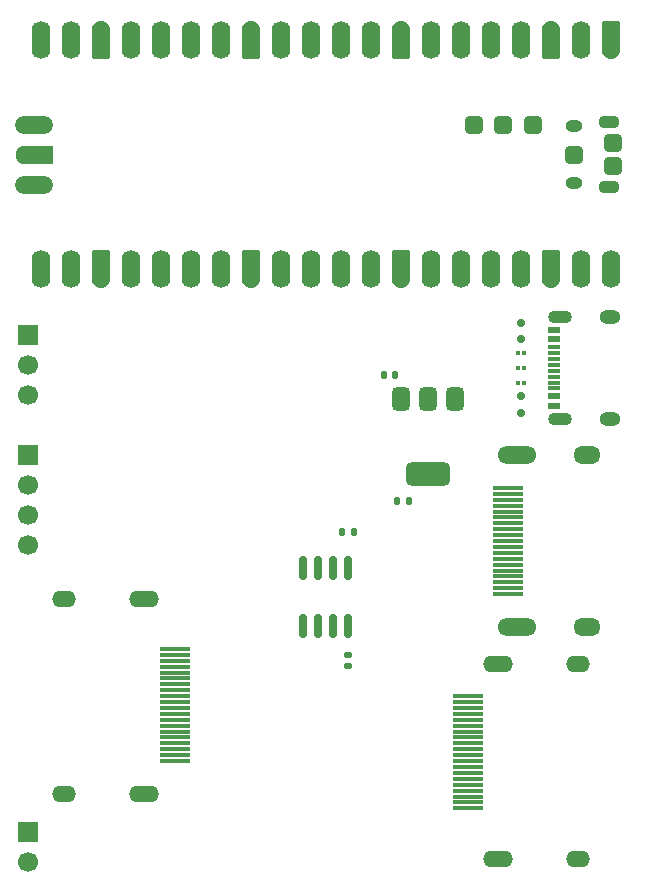
<source format=gbr>
%TF.GenerationSoftware,KiCad,Pcbnew,9.0.1*%
%TF.CreationDate,2025-08-01T22:35:38-04:00*%
%TF.ProjectId,hardwareddc-aux-breakout,68617264-7761-4726-9564-64632d617578,rev?*%
%TF.SameCoordinates,Original*%
%TF.FileFunction,Soldermask,Top*%
%TF.FilePolarity,Negative*%
%FSLAX46Y46*%
G04 Gerber Fmt 4.6, Leading zero omitted, Abs format (unit mm)*
G04 Created by KiCad (PCBNEW 9.0.1) date 2025-08-01 22:35:38*
%MOMM*%
%LPD*%
G01*
G04 APERTURE LIST*
G04 Aperture macros list*
%AMRoundRect*
0 Rectangle with rounded corners*
0 $1 Rounding radius*
0 $2 $3 $4 $5 $6 $7 $8 $9 X,Y pos of 4 corners*
0 Add a 4 corners polygon primitive as box body*
4,1,4,$2,$3,$4,$5,$6,$7,$8,$9,$2,$3,0*
0 Add four circle primitives for the rounded corners*
1,1,$1+$1,$2,$3*
1,1,$1+$1,$4,$5*
1,1,$1+$1,$6,$7*
1,1,$1+$1,$8,$9*
0 Add four rect primitives between the rounded corners*
20,1,$1+$1,$2,$3,$4,$5,0*
20,1,$1+$1,$4,$5,$6,$7,0*
20,1,$1+$1,$6,$7,$8,$9,0*
20,1,$1+$1,$8,$9,$2,$3,0*%
%AMFreePoly0*
4,1,37,0.800000,0.796148,0.878414,0.796148,1.032228,0.765552,1.177117,0.705537,1.307515,0.618408,1.418408,0.507515,1.505537,0.377117,1.565552,0.232228,1.596148,0.078414,1.596148,-0.078414,1.565552,-0.232228,1.505537,-0.377117,1.418408,-0.507515,1.307515,-0.618408,1.177117,-0.705537,1.032228,-0.765552,0.878414,-0.796148,0.800000,-0.796148,0.800000,-0.800000,-1.400000,-0.800000,
-1.403843,-0.796157,-1.439018,-0.796157,-1.511114,-0.766294,-1.566294,-0.711114,-1.596157,-0.639018,-1.596157,-0.603843,-1.600000,-0.600000,-1.600000,0.600000,-1.596157,0.603843,-1.596157,0.639018,-1.566294,0.711114,-1.511114,0.766294,-1.439018,0.796157,-1.403843,0.796157,-1.400000,0.800000,0.800000,0.800000,0.800000,0.796148,0.800000,0.796148,$1*%
%AMFreePoly1*
4,1,37,1.403843,0.796157,1.439018,0.796157,1.511114,0.766294,1.566294,0.711114,1.596157,0.639018,1.596157,0.603843,1.600000,0.600000,1.600000,-0.600000,1.596157,-0.603843,1.596157,-0.639018,1.566294,-0.711114,1.511114,-0.766294,1.439018,-0.796157,1.403843,-0.796157,1.400000,-0.800000,-0.800000,-0.800000,-0.800000,-0.796148,-0.878414,-0.796148,-1.032228,-0.765552,-1.177117,-0.705537,
-1.307515,-0.618408,-1.418408,-0.507515,-1.505537,-0.377117,-1.565552,-0.232228,-1.596148,-0.078414,-1.596148,0.078414,-1.565552,0.232228,-1.505537,0.377117,-1.418408,0.507515,-1.307515,0.618408,-1.177117,0.705537,-1.032228,0.765552,-0.878414,0.796148,-0.800000,0.796148,-0.800000,0.800000,1.400000,0.800000,1.403843,0.796157,1.403843,0.796157,$1*%
%AMFreePoly2*
4,1,37,1.600000,0.796148,1.678414,0.796148,1.832228,0.765552,1.977117,0.705537,2.107515,0.618408,2.218408,0.507515,2.305537,0.377117,2.365552,0.232228,2.396148,0.078414,2.396148,-0.078414,2.365552,-0.232228,2.305537,-0.377117,2.218408,-0.507515,2.107515,-0.618408,1.977117,-0.705537,1.832228,-0.765552,1.678414,-0.796148,1.600000,-0.796148,1.600000,-0.800000,-0.600000,-0.800000,
-0.603843,-0.796157,-0.639018,-0.796157,-0.711114,-0.766294,-0.766294,-0.711114,-0.796157,-0.639018,-0.796157,-0.603843,-0.800000,-0.600000,-0.800000,0.600000,-0.796157,0.603843,-0.796157,0.639018,-0.766294,0.711114,-0.711114,0.766294,-0.639018,0.796157,-0.603843,0.796157,-0.600000,0.800000,1.600000,0.800000,1.600000,0.796148,1.600000,0.796148,$1*%
G04 Aperture macros list end*
%ADD10RoundRect,0.150000X0.200000X-0.150000X0.200000X0.150000X-0.200000X0.150000X-0.200000X-0.150000X0*%
%ADD11RoundRect,0.075000X-0.125000X-0.075000X0.125000X-0.075000X0.125000X0.075000X-0.125000X0.075000X0*%
%ADD12RoundRect,0.050000X1.193800X-0.152400X1.193800X0.152400X-1.193800X0.152400X-1.193800X-0.152400X0*%
%ADD13O,2.504000X1.404000*%
%ADD14O,2.004000X1.404000*%
%ADD15RoundRect,0.150000X-0.200000X0.150000X-0.200000X-0.150000X0.200000X-0.150000X0.200000X0.150000X0*%
%ADD16R,1.700000X1.700000*%
%ADD17C,1.700000*%
%ADD18RoundRect,0.135000X-0.135000X-0.185000X0.135000X-0.185000X0.135000X0.185000X-0.135000X0.185000X0*%
%ADD19RoundRect,0.140000X-0.170000X0.140000X-0.170000X-0.140000X0.170000X-0.140000X0.170000X0.140000X0*%
%ADD20O,1.800000X1.100000*%
%ADD21O,1.450000X1.050000*%
%ADD22FreePoly0,270.000000*%
%ADD23RoundRect,0.800000X-0.000010X0.800000X-0.000010X-0.800000X0.000010X-0.800000X0.000010X0.800000X0*%
%ADD24FreePoly1,270.000000*%
%ADD25RoundRect,0.800000X-0.800000X-0.000010X0.800000X-0.000010X0.800000X0.000010X-0.800000X0.000010X0*%
%ADD26FreePoly2,180.000000*%
%ADD27RoundRect,0.300000X-0.450000X0.450000X-0.450000X-0.450000X0.450000X-0.450000X0.450000X0.450000X0*%
%ADD28RoundRect,0.075000X0.125000X0.075000X-0.125000X0.075000X-0.125000X-0.075000X0.125000X-0.075000X0*%
%ADD29R,2.600000X0.300000*%
%ADD30O,3.300000X1.500000*%
%ADD31O,2.300000X1.500000*%
%ADD32RoundRect,0.140000X0.140000X0.170000X-0.140000X0.170000X-0.140000X-0.170000X0.140000X-0.170000X0*%
%ADD33RoundRect,0.150000X-0.150000X0.825000X-0.150000X-0.825000X0.150000X-0.825000X0.150000X0.825000X0*%
%ADD34RoundRect,0.050000X-1.193800X0.152400X-1.193800X-0.152400X1.193800X-0.152400X1.193800X0.152400X0*%
%ADD35R,1.100000X0.550000*%
%ADD36R,1.100000X0.300000*%
%ADD37O,2.000000X1.100000*%
%ADD38O,1.800000X1.200000*%
%ADD39RoundRect,0.375000X-0.375000X0.625000X-0.375000X-0.625000X0.375000X-0.625000X0.375000X0.625000X0*%
%ADD40RoundRect,0.500000X-1.400000X0.500000X-1.400000X-0.500000X1.400000X-0.500000X1.400000X0.500000X0*%
G04 APERTURE END LIST*
D10*
%TO.C,D2*%
X144075000Y-76798667D03*
X144075000Y-78198667D03*
%TD*%
D11*
%TO.C,R1*%
X143825000Y-81848667D03*
X144325000Y-81848667D03*
%TD*%
D12*
%TO.C,J5*%
X139532200Y-108400000D03*
X139532200Y-108900000D03*
X139532200Y-109400000D03*
X139532200Y-109900000D03*
X139532200Y-110400000D03*
X139532200Y-110900000D03*
X139532200Y-111400000D03*
X139532200Y-111900000D03*
X139532200Y-112400000D03*
X139532200Y-112900000D03*
X139532200Y-113400000D03*
X139532200Y-113900000D03*
X139532200Y-114400000D03*
X139532200Y-114900000D03*
X139532200Y-115400000D03*
X139532200Y-115900000D03*
X139532200Y-116400000D03*
X139532200Y-116900000D03*
X139532200Y-117400000D03*
X139532200Y-117900000D03*
D13*
X142128200Y-122155000D03*
X142128200Y-105645000D03*
D14*
X148910000Y-122155000D03*
X148910000Y-105645000D03*
%TD*%
D15*
%TO.C,D1*%
X144075000Y-84400000D03*
X144075000Y-83000000D03*
%TD*%
D16*
%TO.C,J3*%
X102300000Y-77850000D03*
D17*
X102300000Y-80390000D03*
X102300000Y-82930000D03*
%TD*%
D18*
%TO.C,R3*%
X128895000Y-94500000D03*
X129915000Y-94500000D03*
%TD*%
D16*
%TO.C,J4*%
X102300000Y-119875000D03*
D17*
X102300000Y-122415000D03*
%TD*%
D19*
%TO.C,C2*%
X129405000Y-104880000D03*
X129405000Y-105840000D03*
%TD*%
D20*
%TO.C,A1*%
X151550000Y-59815000D03*
D21*
X148520000Y-60115000D03*
X148520000Y-64965000D03*
D20*
X151550000Y-65265000D03*
D22*
X151680000Y-52850000D03*
D23*
X149140000Y-52850000D03*
D24*
X146600000Y-52850000D03*
D23*
X144060000Y-52850000D03*
X141520000Y-52850000D03*
X138980000Y-52850000D03*
X136440000Y-52850000D03*
D24*
X133900000Y-52850000D03*
D23*
X131360000Y-52850000D03*
X128820000Y-52850000D03*
X126280000Y-52850000D03*
X123740000Y-52850000D03*
D24*
X121200000Y-52850000D03*
D23*
X118660000Y-52850000D03*
X116120000Y-52850000D03*
X113580000Y-52850000D03*
X111040000Y-52850000D03*
D24*
X108500000Y-52850000D03*
D23*
X105960000Y-52850000D03*
X103420000Y-52850000D03*
X103420000Y-72230000D03*
X105960000Y-72230000D03*
D22*
X108500000Y-72230000D03*
D23*
X111040000Y-72230000D03*
X113580000Y-72230000D03*
X116120000Y-72230000D03*
X118660000Y-72230000D03*
D22*
X121200000Y-72230000D03*
D23*
X123740000Y-72230000D03*
X126280000Y-72230000D03*
X128820000Y-72230000D03*
X131360000Y-72230000D03*
D22*
X133900000Y-72230000D03*
D23*
X136440000Y-72230000D03*
X138980000Y-72230000D03*
X141520000Y-72230000D03*
X144060000Y-72230000D03*
D22*
X146600000Y-72230000D03*
D23*
X149140000Y-72230000D03*
X151680000Y-72230000D03*
D25*
X102850000Y-60000000D03*
D26*
X103650000Y-62540000D03*
D25*
X102850000Y-65080000D03*
D27*
X148550000Y-62540000D03*
X151850000Y-63540000D03*
X151850000Y-61540000D03*
X145050000Y-60040000D03*
X142550000Y-60040000D03*
X140050000Y-60040000D03*
%TD*%
D11*
%TO.C,R2*%
X143825000Y-79348974D03*
X144325000Y-79348974D03*
%TD*%
D16*
%TO.C,J1*%
X102300000Y-87968000D03*
D17*
X102300000Y-90508000D03*
X102300000Y-93048000D03*
X102300000Y-95588000D03*
%TD*%
D28*
%TO.C,C1*%
X144325000Y-80598667D03*
X143825000Y-80598667D03*
%TD*%
D29*
%TO.C,J7*%
X142920000Y-90766667D03*
X142920000Y-91266667D03*
X142920000Y-91766667D03*
X142920000Y-92266667D03*
X142920000Y-92766667D03*
X142920000Y-93266667D03*
X142920000Y-93766667D03*
X142920000Y-94266667D03*
X142920000Y-94766667D03*
X142920000Y-95266667D03*
X142920000Y-95766667D03*
X142920000Y-96266667D03*
X142920000Y-96766667D03*
X142920000Y-97266667D03*
X142920000Y-97766667D03*
X142920000Y-98266667D03*
X142920000Y-98766667D03*
X142920000Y-99266667D03*
X142920000Y-99766667D03*
D30*
X143680000Y-102516667D03*
D31*
X149680000Y-102516667D03*
D30*
X143680000Y-88016667D03*
D31*
X149680000Y-88016667D03*
%TD*%
D32*
%TO.C,C3*%
X133410000Y-81200000D03*
X132450000Y-81200000D03*
%TD*%
D33*
%TO.C,U1*%
X129405000Y-97525000D03*
X128135000Y-97525000D03*
X126865000Y-97525000D03*
X125595000Y-97525000D03*
X125595000Y-102475000D03*
X126865000Y-102475000D03*
X128135000Y-102475000D03*
X129405000Y-102475000D03*
%TD*%
D34*
%TO.C,J6*%
X114767800Y-113900000D03*
X114767800Y-113400000D03*
X114767800Y-112900000D03*
X114767800Y-112400000D03*
X114767800Y-111900000D03*
X114767800Y-111400000D03*
X114767800Y-110900000D03*
X114767800Y-110400000D03*
X114767800Y-109900000D03*
X114767800Y-109400000D03*
X114767800Y-108900000D03*
X114767800Y-108400000D03*
X114767800Y-107900000D03*
X114767800Y-107400000D03*
X114767800Y-106900000D03*
X114767800Y-106400000D03*
X114767800Y-105900000D03*
X114767800Y-105400000D03*
X114767800Y-104900000D03*
X114767800Y-104400000D03*
D13*
X112171800Y-100145000D03*
X112171800Y-116655000D03*
D14*
X105390000Y-100145000D03*
X105390000Y-116655000D03*
%TD*%
D35*
%TO.C,J2*%
X146825000Y-83798667D03*
X146825000Y-77398667D03*
X146825000Y-82998667D03*
X146825000Y-78198667D03*
D36*
X146825000Y-81848667D03*
X146825000Y-80848667D03*
X146825000Y-80348667D03*
X146825000Y-79348667D03*
X146825000Y-78848667D03*
X146825000Y-79848667D03*
X146825000Y-81348667D03*
X146825000Y-82348667D03*
D37*
X147375000Y-84923667D03*
D38*
X151575000Y-84923667D03*
D37*
X147375000Y-76273667D03*
D38*
X151575000Y-76273667D03*
%TD*%
D32*
%TO.C,C4*%
X134560000Y-91892667D03*
X133600000Y-91892667D03*
%TD*%
D39*
%TO.C,U2*%
X138480000Y-83282667D03*
X136180000Y-83282667D03*
D40*
X136180000Y-89582667D03*
D39*
X133880000Y-83282667D03*
%TD*%
M02*

</source>
